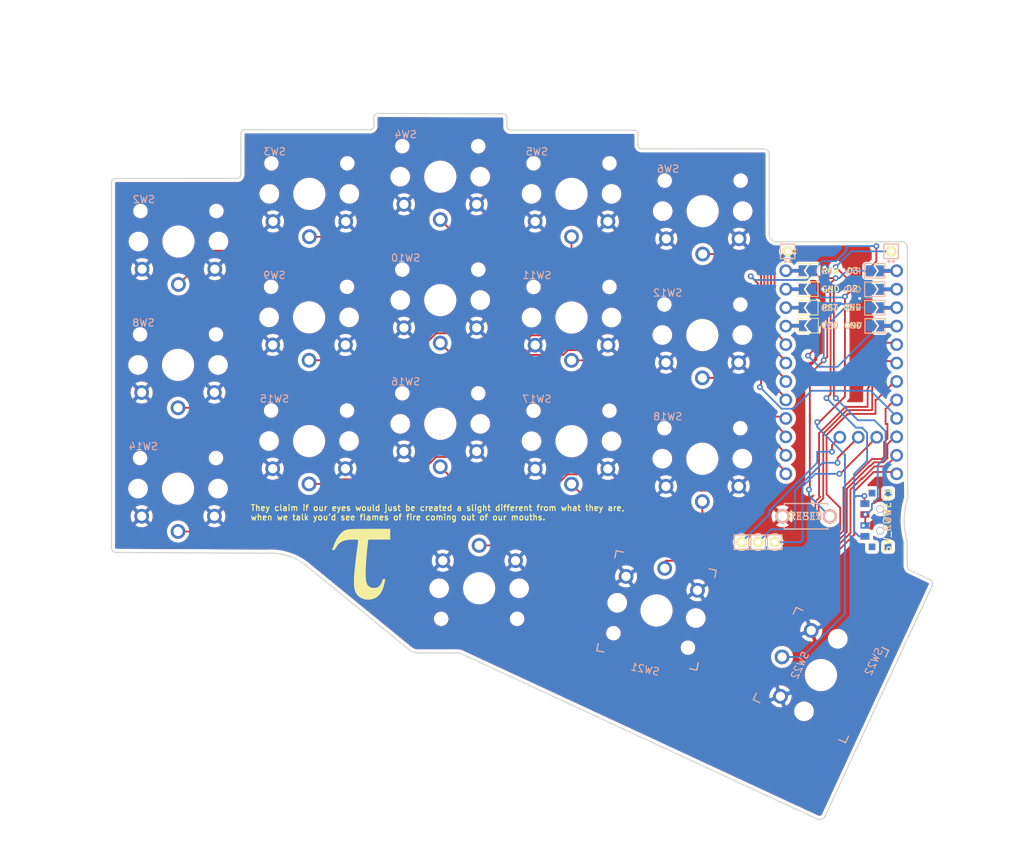
<source format=kicad_pcb>
(kicad_pcb (version 20211014) (generator pcbnew)
  (layers (0 "F.Cu" signal) (31 "B.Cu" signal) (34 "B.Paste" user) (35 "F.Paste" user) (36 "B.SilkS" user "B.Silkscreen") (37 "F.SilkS" user "F.Silkscreen") (38 "B.Mask" user) (39 "F.Mask" user) (44 "Edge.Cuts" user))
  (net 0 "")
  (net 1 "BT+")
  (net 2 "gnd")
  (net 3 "vcc")
  (net 4 "Switch18")
  (net 5 "reset")
  (net 6 "Switch1")
  (net 7 "Switch2")
  (net 8 "Switch3")
  (net 9 "Switch4")
  (net 10 "Switch5")
  (net 11 "Switch6")
  (net 12 "Switch7")
  (net 13 "Switch8")
  (net 14 "Switch9")
  (net 15 "Switch10")
  (net 16 "Switch11")
  (net 17 "Switch12")
  (net 18 "Switch13")
  (net 19 "Switch14")
  (net 20 "Switch15")
  (net 21 "Switch16")
  (net 22 "Switch17")
  (net 23 "raw")
  (footprint "kbd:1pin_conn" (layer "F.Cu") (at 183.896 66.93)
    (fp_text reference "Bat+1" hide)
    (fp_text value "MountingHole_Pad" hide)
  )
  (footprint "kbd:1pin_conn" (layer "F.Cu") (at 169.672 66.93)
    (fp_text reference "BatGND1" hide)
    (fp_text value "MountingHole_Pad" hide)
  )
  (footprint "Kailh:SW_PG1350_rev_DPB" (layer "F.Cu") (at 85.91 65.58)
    (fp_text reference "SW2" hide)
    (fp_text value "SW_Push" hide)
  )
  (footprint "Kailh:SW_PG1350_rev_DPB" (layer "F.Cu") (at 103.91 59.02)
    (fp_text reference "SW3" hide)
    (fp_text value "SW_Push" hide)
  )
  (footprint "Kailh:SW_PG1350_rev_DPB" (layer "F.Cu") (at 121.91 56.66)
    (fp_text reference "SW4" hide)
    (fp_text value "SW_Push" hide)
  )
  (footprint "Kailh:SW_PG1350_rev_DPB" (layer "F.Cu") (at 139.954 59.02)
    (fp_text reference "SW5" hide)
    (fp_text value "SW_Push" hide)
  )
  (footprint "Kailh:SW_PG1350_rev_DPB" (layer "F.Cu") (at 157.988 61.4)
    (fp_text reference "SW6" hide)
    (fp_text value "SW_Push" hide)
  )
  (footprint "Kailh:SW_PG1350_rev_DPB" (layer "F.Cu") (at 85.852 82.55)
    (fp_text reference "SW8" hide)
    (fp_text value "SW_Push" hide)
  )
  (footprint "Kailh:SW_PG1350_rev_DPB" (layer "F.Cu") (at 103.87 76.01)
    (fp_text reference "SW9" hide)
    (fp_text value "SW_Push" hide)
  )
  (footprint "Kailh:SW_PG1350_rev_DPB" (layer "F.Cu") (at 121.91 73.64)
    (fp_text reference "SW10" hide)
    (fp_text value "SW_Push" hide)
  )
  (footprint "Kailh:SW_PG1350_rev_DPB" (layer "F.Cu") (at 139.954 76.032)
    (fp_text reference "SW11" hide)
    (fp_text value "SW_Push" hide)
  )
  (footprint "Kailh:SW_PG1350_rev_DPB" (layer "F.Cu") (at 157.94 78.44)
    (fp_text reference "SW12" hide)
    (fp_text value "SW_Push" hide)
  )
  (footprint "Kailh:SW_PG1350_rev_DPB" (layer "F.Cu") (at 85.852 99.568)
    (fp_text reference "SW14" hide)
    (fp_text value "SW_Push" hide)
  )
  (footprint "Kailh:SW_PG1350_rev_DPB" (layer "F.Cu") (at 103.87 93.028)
    (fp_text reference "SW15" hide)
    (fp_text value "SW_Push" hide)
  )
  (footprint "Kailh:SW_PG1350_rev_DPB" (layer "F.Cu") (at 121.91 90.658)
    (fp_text reference "SW16" hide)
    (fp_text value "SW_Push" hide)
  )
  (footprint "Kailh:SW_PG1350_rev_DPB" (layer "F.Cu") (at 139.954 93.05)
    (fp_text reference "SW17" hide)
    (fp_text value "SW_Push" hide)
  )
  (footprint "Kailh:SW_PG1350_rev_DPB" (layer "F.Cu") (at 157.94 95.458)
    (fp_text reference "SW18" hide)
    (fp_text value "SW_Push" hide)
  )
  (footprint "Kailh:SW_PG1350_rev_DPB" (layer "F.Cu") (at 127.254 113.284 180)
    (fp_text reference "SW20" hide)
    (fp_text value "SW_Push" hide)
  )
  (footprint "Kailh:SW_PG1350_15_reversible_b2" (layer "F.Cu") (at 151.638 116.332 169)
    (fp_text reference "SW21" hide)
    (fp_text value "SW_Push" hide)
  )
  (footprint "Kailh:SPDT_C128955" (layer "F.Cu") (at 182.372 103.886 -90)
    (fp_text reference "SW_POWER1")
    (fp_text value "SW_SPDT")
  )
  (footprint "kbd:ProMicroSimpleJumperDPBnn2" (layer "F.Cu") (at 179.07 81.534)
    (fp_text reference "U1" hide)
    (fp_text value "ProMicro-kbd" hide)
  )
  (footprint "Kailh:SW_PG1350_20_reversible_b2" (layer "F.Cu") (at 174.244 125.222 -115)
    (fp_text reference "SW22")
    (fp_text value "SW_Push")
  )
  (footprint "kbd:1pin_conn" (layer "F.Cu") (at 163.322 106.934)
    (fp_text reference "24" hide)
    (fp_text value "Val**" hide)
  )
  (footprint "kbd:tau2" (layer "F.Cu") (at 110.998 109.982)
    (fp_text reference "G***" hide)
    (fp_text value "LOGO" hide)
  )
  (footprint "kbd:1pin_conn" (layer "F.Cu") (at 165.608 106.934)
    (fp_text reference "26" hide)
    (fp_text value "Val**" hide)
  )
  (footprint "kbd:1pin_conn" (layer "F.Cu") (at 167.894 106.934)
    (fp_text reference "27" hide)
    (fp_text value "27" hide)
  )
  (footprint "kbd:ResetSW" (layer "B.Cu") (at 172.212 103.378 180)
    (fp_text reference "RSW1" hide)
    (fp_text value "SW_Push")
  )
  (footprint "Kailh:SPDT_C128955r" (layer "B.Cu") (at 182.372 103.886 90)
    (fp_text reference "SW2")
    (fp_text value "SW_SPDT")
  )
  (gr_arc (start 94.48 56.396) (mid 94.333559 56.749559) (end 93.98 56.896) (layer "Edge.Cuts") (width 0.15))
  (gr_arc (start 186.369097 110.744) (mid 186.168657 110.479958) (end 186.099037 110.155848) (layer "Edge.Cuts") (width 0.15))
  (gr_line (start 167.132 53.594) (end 167.132 64.516) (layer "Edge.Cuts") (width 0.15))
  (gr_arc (start 131.564 50.264) (mid 131.210447 50.117553) (end 131.064 49.764) (layer "Edge.Cuts") (width 0.15))
  (gr_arc (start 130.564 48.014) (mid 130.917553 48.160447) (end 131.064 48.514) (layer "Edge.Cuts") (width 0.15))
  (gr_line (start 76.708 107.696) (end 76.708 57.404) (layer "Edge.Cuts") (width 0.15))
  (gr_arc (start 186.099036 106.793647) (mid 185.696546 103.809635) (end 186.182 100.838) (layer "Edge.Cuts") (width 0.15))
  (gr_arc (start 94.48952 50.70002) (mid 94.635967 50.346467) (end 94.98952 50.20002) (layer "Edge.Cuts") (width 0.15))
  (gr_line (start 186.099037 110.155848) (end 186.099036 106.793647) (layer "Edge.Cuts") (width 0.15))
  (gr_line (start 148.574 50.264) (end 131.564 50.264) (layer "Edge.Cuts") (width 0.15))
  (gr_line (start 98.044 108.458) (end 77.315553 108.350447) (layer "Edge.Cuts") (width 0.15))
  (gr_arc (start 148.574 50.264) (mid 148.945918 50.432896) (end 149.098 50.812) (layer "Edge.Cuts") (width 0.15))
  (gr_arc (start 119.126 122.174) (mid 118.471586 122.144072) (end 117.856 121.92) (layer "Edge.Cuts") (width 0.15))
  (gr_line (start 130.564 48.014) (end 113.276 47.95002) (layer "Edge.Cuts") (width 0.15))
  (gr_arc (start 166.469774 52.83276) (mid 166.957572 53.077073) (end 167.132 53.594) (layer "Edge.Cuts") (width 0.15))
  (gr_line (start 174.752 144.78) (end 189.532861 112.948917) (layer "Edge.Cuts") (width 0.15))
  (gr_line (start 112.276 50.20002) (end 94.98952 50.20002) (layer "Edge.Cuts") (width 0.15))
  (gr_arc (start 124.206 122.174) (mid 124.666014 122.242453) (end 125.092475 122.428) (layer "Edge.Cuts") (width 0.15))
  (gr_arc (start 112.776 49.70002) (mid 112.629553 50.053573) (end 112.276 50.20002) (layer "Edge.Cuts") (width 0.15))
  (gr_line (start 112.776 48.45002) (end 112.776 49.70002) (layer "Edge.Cuts") (width 0.15))
  (gr_arc (start 168.026236 65.614708) (mid 167.368633 65.236667) (end 167.132 64.516) (layer "Edge.Cuts") (width 0.15))
  (gr_line (start 94.48952 50.70002) (end 94.48 56.396) (layer "Edge.Cuts") (width 0.15))
  (gr_arc (start 77.315553 108.350447) (mid 76.869087 108.155698) (end 76.708 107.696) (layer "Edge.Cuts") (width 0.15))
  (gr_arc (start 174.752 144.78) (mid 174.279886 145.050543) (end 173.736 145.034) (layer "Edge.Cuts") (width 0.15))
  (gr_line (start 166.469774 52.83276) (end 149.598 52.812) (layer "Edge.Cuts") (width 0.15))
  (gr_line (start 119.126 122.174) (end 124.206 122.174) (layer "Edge.Cuts") (width 0.15))
  (gr_line (start 103.886 110.49) (end 117.856 121.92) (layer "Edge.Cuts") (width 0.15))
  (gr_line (start 93.98 56.896) (end 77.27352 56.90002) (layer "Edge.Cuts") (width 0.15))
  (gr_arc (start 76.708 57.404) (mid 76.898829 57.048859) (end 77.27352 56.90002) (layer "Edge.Cuts") (width 0.15))
  (gr_arc (start 185.46678 65.614708) (mid 185.928 65.844606) (end 186.114119 66.325165) (layer "Edge.Cuts") (width 0.15))
  (gr_line (start 189.41602 112.184377) (end 186.369097 110.744) (layer "Edge.Cuts") (width 0.15))
  (gr_arc (start 112.776 48.45002) (mid 112.922447 48.096467) (end 113.276 47.95002) (layer "Edge.Cuts") (width 0.15))
  (gr_arc (start 98.044 108.458) (mid 101.170364 108.88358) (end 103.886 110.49) (layer "Edge.Cuts") (width 0.15))
  (gr_line (start 185.46678 65.614708) (end 168.026236 65.614708) (layer "Edge.Cuts") (width 0.15))
  (gr_line (start 149.098 52.312) (end 149.098 50.812) (layer "Edge.Cuts") (width 0.15))
  (gr_line (start 186.114119 66.325165) (end 186.182 100.838) (layer "Edge.Cuts") (width 0.15))
  (gr_arc (start 189.41602 112.184377) (mid 189.585165 112.54973) (end 189.532861 112.948917) (layer "Edge.Cuts") (width 0.15))
  (gr_arc (start 149.598 52.812) (mid 149.244447 52.665553) (end 149.098 52.312) (layer "Edge.Cuts") (width 0.15))
  (gr_line (start 131.064 49.764) (end 131.064 48.514) (layer "Edge.Cuts") (width 0.15))
  (gr_line (start 125.092475 122.428) (end 173.736 145.034) (layer "Edge.Cuts") (width 0.15))
  (gr_text "They claim if our eyes would just be created a slight different from what they are, \nwhen we talk you’d see flames of fire coming out of our mouths." (at 95.758 102.87) (layer "F.SilkS") (effects (font (size 0.8 0.8)) (justify left)))
  (segment (start 176.84 92.504) (end 175.768 93.576) (width 0.25) (layer "F.Cu") (net 0))
  (segment (start 181.92 92.504) (end 176.888 97.536) (width 0.25) (layer "F.Cu") (net 0))
  (segment (start 176.53 95.354) (end 176.53 96.012) (width 0.25) (layer "F.Cu") (net 0))
  (segment (start 176.784 97.536) (end 176.888 97.536) (width 0.25) (layer "F.Cu") (net 0))
  (segment (start 179.38 92.504) (end 176.53 95.354) (width 0.25) (layer "F.Cu") (net 0))
  (segment (start 175.768 93.576) (end 175.768 94.488) (width 0.25) (layer "F.Cu") (net 0))
  (via (at 175.768 94.488) (size 0.8) (drill 0.4) (layers "F.Cu" "B.Cu") (net 0))
  (via (at 176.53 96.012) (size 0.8) (drill 0.4) (layers "F.Cu" "B.Cu") (net 0))
  (via (at 176.784 97.536) (size 0.8) (drill 0.4) (layers "F.Cu" "B.Cu") (net 0))
  (segment (start 176.53 96.012) (end 174.498 96.012) (width 0.25) (layer "B.Cu") (net 0))
  (segment (start 174.498 96.012) (end 170.688 99.822) (width 0.25) (layer "B.Cu") (net 0))
  (segment (start 173.736 94.488) (end 173.736 96.012) (width 0.25) (layer "B.Cu") (net 0))
  (segment (start 173.482 97.536) (end 176.784 97.536) (width 0.25) (layer "B.Cu") (net 0))
  (segment (start 167.894 106.934) (end 171.45 106.934) (width 0.25) (layer "B.Cu") (net 0))
  (segment (start 171.704 106.68) (end 171.704 99.314) (width 0.25) (layer "B.Cu") (net 0))
  (segment (start 167.132 103.124) (end 167.132 102.616) (width 0.25) (layer "B.Cu") (net 0))
  (segment (start 170.688 99.822) (end 170.688 105.156) (width 0.25) (layer "B.Cu") (net 0))
  (segment (start 170.688 105.156) (end 167.386 105.156) (width 0.25) (layer "B.Cu") (net 0))
  (segment (start 171.45 106.934) (end 171.704 106.68) (width 0.25) (layer "B.Cu") (net 0))
  (segment (start 163.322 106.934) (end 167.132 103.124) (width 0.25) (layer "B.Cu") (net 0))
  (segment (start 173.736 96.012) (end 167.132 102.616) (width 0.25) (layer "B.Cu") (net 0))
  (segment (start 175.768 94.488) (end 173.736 94.488) (width 0.25) (layer "B.Cu") (net 0))
  (segment (start 167.386 105.156) (end 165.608 106.934) (width 0.25) (layer "B.Cu") (net 0))
  (segment (start 171.704 99.314) (end 173.482 97.536) (width 0.25) (layer "B.Cu") (net 0))
  (segment (start 176.022 86.8475) (end 176.022 72.644) (width 0.25) (layer "F.Cu") (net 1))
  (segment (start 176.022 72.644) (end 177.8 70.866) (width 0.25) (layer "F.Cu") (net 1))
  (segment (start 177.8 70.866) (end 177.8 70.612) (width 0.25) (layer "F.Cu") (net 1))
  (segment (start 180.34 103.124) (end 180.34 104.394) (width 0.25) (layer "F.Cu") (net 1))
  (segment (start 177.8 70.612) (end 176.276 69.088) (width 0.25) (layer "F.Cu") (net 1))
  (segment (start 180.34 104.394) (end 180.086 104.648) (width 0.25) (layer "F.Cu") (net 1))
  (segment (start 176.2965 87.122) (end 176.022 86.8475) (width 0.25) (layer "F.Cu") (net 1))
  (via (at 180.34 103.124) (size 0.8) (drill 0.4) (layers "F.Cu" "B.Cu") (net 1))
  (via (at 176.276 69.088) (size 0.8) (drill 0.4) (layers "F.Cu" "B.Cu") (net 1))
  (via (at 176.2965 87.122) (size 0.8) (drill 0.4) (layers "F.Cu" "B.Cu") (net 1))
  (via (at 180.086 104.648) (size 0.8) (drill 0.4) (layers "F.Cu" "B.Cu") (net 1))
  (segment (start 179.3445 90.17) (end 181.61 90.17) (width 0.25) (layer "B.Cu") (net 1))
  (segment (start 181.61 90.17) (end 183.134 91.694) (width 0.25) (layer "B.Cu") (net 1))
  (segment (start 176.2965 87.122) (end 179.3445 90.17) (width 0.25) (layer "B.Cu") (net 1))
  (segment (start 183.134 91.694) (end 183.134 95.25) (width 0.25) (layer "B.Cu") (net 1))
  (segment (start 182.047 96.337) (end 182.047 100.909) (width 0.25) (layer "B.Cu") (net 1))
  (segment (start 181.247 101.709) (end 181.247 102.411) (width 0.25) (layer "B.Cu") (net 1))
  (segment (start 180.534 103.124) (end 180.34 103.124) (width 0.25) (layer "B.Cu") (net 1))
  (segment (start 182.047 100.909) (end 181.247 101.709) (width 0.25) (layer "B.Cu") (net 1))
  (segment (start 183.896 66.93) (end 178.434 66.93) (width 0.25) (layer "B.Cu") (net 1))
  (segment (start 178.434 66.93) (end 176.276 69.088) (width 0.25) (layer "B.Cu") (net 1))
  (segment (start 181.247 102.411) (end 180.534 103.124) (width 0.25) (layer "B.Cu") (net 1))
  (segment (start 183.134 95.25) (end 182.047 96.337) (width 0.25) (layer "B.Cu") (net 1))
  (segment (start 180.94 74.714) (end 180.985 74.759) (width 0.25) (layer "F.Cu") (net 2))
  (segment (start 174.752 68.834) (end 174.752 69.088) (width 0.25) (layer "F.Cu") (net 2))
  (segment (start 169.672 66.93) (end 172.848 66.93) (width 0.25) (layer "F.Cu") (net 2))
  (segment (start 172.848 66.93) (end 174.752 68.834) (width 0.25) (layer "F.Cu") (net 2))
  (segment (start 180.94 74.714) (end 180.886 74.714) (width 0.25) (layer "F.Cu") (net 2))
  (segment (start 173.165 72.134) (end 174.496 72.134) (width 0.25) (layer "F.Cu") (net 2))
  (segment (start 180.985 74.759) (end 180.985 77.204) (width 0.25) (layer "F.Cu") (net 2))
  (segment (start 180.886 74.714) (end 179.578 73.406) (width 0.25) (layer "F.Cu") (net 2))
  (via (at 179.578 73.406) (size 0.8) (drill 0.4) (layers "F.Cu" "B.Cu") (net 2))
  (via (at 174.752 69.088) (size 0.8) (drill 0.4) (layers "F.Cu" "B.Cu") (net 2))
  (via (at 174.496 72.134) (size 0.8) (drill 0.4) (layers "F.Cu" "B.Cu") (net 2))
  (segment (start 174.496 72.134) (end 178.306 72.134) (width 0.25) (layer "B.Cu") (net 2))
  (segment (start 174.496 72.134) (end 174.496 69.344) (width 0.25) (layer "B.Cu") (net 2))
  (segment (start 180.85 72.134) (end 179.578 73.406) (width 0.25) (layer "B.Cu") (net 2))
  (segment (start 173.185 74.719) (end 173.14 74.674) (width 0.25) (layer "B.Cu") (net 2))
  (segment (start 173.185 77.164) (end 173.185 74.719) (width 0.25) (layer "B.Cu") (net 2))
  (segment (start 174.496 69.344) (end 174.752 69.088) (width 0.25) (layer "B.Cu") (net 2))
  (segment (start 178.306 72.134) (end 179.578 73.406) (width 0.25) (layer "B.Cu") (net 2))
  (segment (start 178.816 74.168) (end 173.646 74.168) (width 0.25) (layer "B.Cu") (net 2))
  (segment (start 173.646 74.168) (end 173.14 74.674) (width 0.25) (layer "B.Cu") (net 2))
  (segment (start 180.915 72.134) (end 180.85 72.134) (width 0.25) (layer "B.Cu") (net 2))
  (segment (start 179.578 73.406) (end 178.816 74.168) (width 0.25) (layer "B.Cu") (net 2))
  (segment (start 173.21 80.536) (end 172.466 81.28) (width 0.25) (layer "F.Cu") (net 3))
  (segment (start 173.21 77.164) (end 173.21 80.536) (width 0.25) (layer "F.Cu") (net 3))
  (via (at 172.466 81.28) (size 0.8) (drill 0.4) (layers "F.Cu" "B.Cu") (net 3))
  (segment (start 176.53 82.804) (end 173.99 82.804) (width 0.25) (layer "B.Cu") (net 3))
  (segment (start 180.96 78.374) (end 176.53 82.804) (width 0.25) (layer "B.Cu") (net 3))
  (segment (start 180.96 77.164) (end 180.96 78.374) (width 0.25) (layer "B.Cu") (net 3))
  (segment (start 173.99 82.804) (end 172.466 81.28) (width 0.25) (layer "B.Cu") (net 3))
  (segment (start 174.019805 90.424) (end 173.736 90.424) (width 0.25) (layer "F.Cu") (net 4))
  (segment (start 177.546 86.897805) (end 174.019805 90.424) (width 0.25) (layer "F.Cu") (net 4))
  (segment (start 177.546 73.152) (end 178.524 72.174) (width 0.25) (layer "F.Cu") (net 4))
  (segment (start 178.524 72.174) (end 180.94 72.174) (width 0.25) (layer "F.Cu") (net 4))
  (segment (start 177.546 73.152) (end 177.546 86.897805) (width 0.25) (layer "F.Cu") (net 4))
  (via (at 177.546 73.152) (size 0.8) (drill 0.4) (layers "F.Cu" "B.Cu") (net 4))
  (via (at 173.736 90.424) (size 0.8) (drill 0.4) (layers "F.Cu" "B.Cu") (net 4))
  (segment (start 171.612885 122.728552) (end 168.896784 122.728552) (width 0.25) (layer "B.Cu") (net 4))
  (segment (start 177.546 94.908895) (end 177.546 116.795437) (width 0.25) (layer "B.Cu") (net 4))
  (segment (start 177.292 73.152) (end 177.165 73.279) (width 0.25) (layer "B.Cu") (net 4))
  (segment (start 173.736 91.098895) (end 177.546 94.908895) (width 0.25) (layer "B.Cu") (net 4))
  (segment (start 174.285 73.279) (end 173.14 72.134) (width 0.25) (layer "B.Cu") (net 4))
  (segment (start 177.165 73.279) (end 174.285 73.279) (width 0.25) (layer "B.Cu") (net 4))
  (segment (start 177.546 116.795437) (end 171.612885 122.728552) (width 0.25) (layer "B.Cu") (net 4))
  (segment (start 173.736 90.424) (end 173.736 91.098895) (width 0.25) (layer "B.Cu") (net 4))
  (segment (start 177.546 73.152) (end 177.292 73.152) (width 0.25) (layer "B.Cu") (net 4))
  (segment (start 172.72 89.408) (end 172.72 99.568) (width 0.25) (layer "F.Cu") (net 5))
  (segment (start 175.122 81.418) (end 174.625 81.915) (width 0.25) (layer "F.Cu") (net 5))
  (segment (start 172.72 89.408) (end 172.72 83.82) (width 0.25) (layer "F.Cu") (net 5))
  (segment (start 173.988 74.674) (end 175.122 75.808) (width 0.25) (layer "F.Cu") (net 5))
  (segment (start 174.625 81.915) (end 172.72 83.82) (width 0.25) (layer "F.Cu") (net 5))
  (segment (start 172.72 99.568) (end 172.593 99.695) (width 0.25) (layer "F.Cu") (net 5))
  (segment (start 175.122 75.808) (end 175.122 81.418) (width 0.25) (layer "F.Cu") (net 5))
  (segment (start 173.165 74.674) (end 173.988 74.674) (width 0.25) (layer "F.Cu") (net 5))
  (segment (start 172.72 90.678) (end 172.72 89.408) (width 0.25) (layer "F.Cu") (net 5))
  (segment (start 172.593 99.695) (end 172.414 99.874) (width 0.25) (layer "F.Cu") (net 5))
  (via (at 174.625 81.915) (size 0.8) (drill 0.4) (layers "F.Cu" "B.Cu") (net 5))
  (via (at 172.593 99.695) (size 0.8) (drill 0.4) (layers "F.Cu" "B.Cu") (net 5))
  (segment (start 172.593 100.509) (end 175.462 103.378) (width 0.25) (layer "B.Cu") (net 5))
  (segment (start 177.548 74.674) (end 174.625 77.597) (width 0.25) (layer "B.Cu") (net 5))
  (segment (start 180.915 74.674) (end 177.548 74.674) (width 0.25) (layer "B.Cu") (net 5))
  (segment (start 172.593 99.695) (end 172.593 100.509) (width 0.25) (layer "B.Cu") (net 5))
  (segment (start 174.625 77.597) (end 174.625 81.915) (width 0.25) (layer "B.Cu") (net 5))
  (segment (start 133.615833 65.36952) (end 138.884874 70.63856) (width 0.25) (layer "F.Cu") (net 6))
  (segment (start 90.548156 66.841844) (end 110.795676 66.841844) (width 0.25) (layer "F.Cu") (net 6))
  (segment (start 166.01296 70.129436) (end 166.01296 85.44704) (width 0.25) (layer "F.Cu") (net 6))
  (segment (start 138.884874 70.63856) (end 159.868592 70.63856) (width 0.25) (layer "F.Cu") (net 6))
  (segment (start 85.91 71.48) (end 90.548156 66.841844) (width 0.25) (layer "F.Cu") (net 6))
  (segment (start 161.409072 69.09808) (end 164.981604 69.09808) (width 0.25) (layer "F.Cu") (net 6))
  (segment (start 164.981604 69.09808) (end 166.01296 70.129436) (width 0.25) (layer "F.Cu") (net 6))
  (segment (start 166.01296 85.44704) (end 165.862 85.598) (width 0.25) (layer "F.Cu") (net 6))
  (segment (start 159.868592 70.63856) (end 161.409072 69.09808) (width 0.25) (layer "F.Cu") (net 6))
  (segment (start 112.268 65.36952) (end 133.615833 65.36952) (width 0.25) (layer "F.Cu") (net 6))
  (segment (start 110.795676 66.841844) (end 112.268 65.36952) (width 0.25) (layer "F.Cu") (net 6))
  (via (at 165.862 85.598) (size 0.8) (drill 0.4) (layers "F.Cu" "B.Cu") (net 6))
  (segment (start 168.839 88.575) (end 170.505 88.575) (width 0.25) (layer "B.Cu") (net 6))
  (segment (start 172.974 86.106) (end 181.0934 86.106) (width 0.25) (layer "B.Cu") (net 6))
  (segment (start 181.0934 86.106) (end 184.6494 89.662) (width 0.25) (layer "B.Cu") (net 6))
  (segment (start 165.862 85.598) (end 168.839 88.575) (width 0.25) (layer "B.Cu") (net 6))
  (segment (start 170.505 88.575) (end 172.974 86.106) (width 0.25) (layer "B.Cu") (net 6))
  (segment (start 159.682395 70.18904) (end 161.222875 68.64856) (width 0.25) (layer "F.Cu") (net 7))
  (segment (start 103.91 64.92) (end 133.802031 64.92) (width 0.25) (layer "F.Cu") (net 7))
  (segment (start 166.46248 69.943238) (end 166.46248 84.15508) (width 0.25) (layer "F.Cu") (net 7))
  (segment (start 166.46248 84.15508) (end 169.4294 87.122) (width 0.25) (layer "F.Cu") (net 7))
  (segment (start 165.167802 68.64856) (end 166.46248 69.943238) (width 0.25) (layer "F.Cu") (net 7))
  (segment (start 133.802031 64.92) (end 139.071071 70.18904) (width 0.25) (layer "F.Cu") (net 7))
  (segment (start 161.222875 68.64856) (end 165.167802 68.64856) (width 0.25) (layer "F.Cu") (net 7))
  (segment (start 139.071071 70.18904) (end 159.682395 70.18904) (width 0.25) (layer "F.Cu") (net 7))
  (segment (start 165.354 68.19904) (end 166.93648 69.78152) (width 0.25) (layer "F.Cu") (net 8))
  (segment (start 161.036677 68.19904) (end 165.354 68.19904) (width 0.25) (layer "F.Cu") (net 8))
  (segment (start 133.988427 64.47) (end 139.257947 69.73952) (width 0.25) (layer "F.Cu") (net 8))
  (segment (start 123.82 64.47) (end 133.988427 64.47) (width 0.25) (layer "F.Cu") (net 8))
  (segment (start 121.91 62.56) (end 123.82 64.47) (width 0.25) (layer "F.Cu") (net 8))
  (segment (start 159.496197 69.73952) (end 161.036677 68.19904) (width 0.25) (layer "F.Cu") (net 8))
  (segment (start 166.93648 69.78152) (end 166.912 69.806) (width 0.25) (layer "F.Cu") (net 8))
  (segment (start 166.912 69.806) (end 166.912 82.0646) (width 0.25) (layer "F.Cu") (net 8))
  (segment (start 166.912 82.0646) (end 169.4294 84.582) (width 0.25) (layer "F.Cu") (net 8))
  (segment (start 139.257947 69.73952) (end 159.496197 69.73952) (width 0.25) (layer "F.Cu") (net 8))
  (segment (start 139.954 64.92) (end 139.954 67.564) (width 0.25) (layer "F.Cu") (net 9))
  (segment (start 167.386 69.469718) (end 167.386 79.9986) (width 0.25) (layer "F.Cu") (net 9))
  (segment (start 167.386 79.9986) (end 169.4294 82.042) (width 0.25) (layer "F.Cu") (net 9))
  (segment (start 165.665802 67.74952) (end 167.386 69.469718) (width 0.25) (layer "F.Cu") (net 9))
  (segment (start 159.31 69.29) (end 160.85048 67.74952) (width 0.25) (layer "F.Cu") (net 9))
  (segment (start 141.68 69.29) (end 159.31 69.29) (width 0.25) (layer "F.Cu") (net 9))
  (segment (start 160.85048 67.74952) (end 165.665802 67.74952) (width 0.25) (layer "F.Cu") (net 9))
  (segment (start 139.954 67.564) (end 141.68 69.29) (width 0.25) (layer "F.Cu") (net 9))
  (segment (start 165.852 67.3) (end 167.86952 69.31752) (width 0.25) (layer "F.Cu") (net 10))
  (segment (start 157.988 67.3) (end 165.852 67.3) (width 0.25) (layer "F.Cu") (net 10))
  (segment (start 167.86952 77.94212) (end 169.4294 79.502) (width 0.25) (layer "F.Cu") (net 10))
  (segment (start 167.86952 69.31752) (end 167.86952 77.94212) (width 0.25) (layer "F.Cu") (net 10))
  (segment (start 95.43423 88.45) (end 100.832115 83.052115) (width 0.25) (layer "F.Cu") (net 11))
  (segment (start 101.981 80.137) (end 102.616 79.502) (width 0.25) (layer "F.Cu") (net 11))
  (segment (start 137.092197 78.03648) (end 138.674677 79.61896) (width 0.25) (layer "F.Cu") (net 11))
  (segment (start 164.395046 86.925046) (end 164.788954 86.925046) (width 0.25) (layer "F.Cu") (net 11))
  (segment (start 167.525796 89.662) (end 164.788954 86.925158) (width 0.25) (layer "F.Cu") (net 11))
  (segment (start 100.711 82.931) (end 101.981 81.661) (width 0.25) (layer "F.Cu") (net 11))
  (segment (start 117.458032 81.46048) (end 121.168543 77.749969) (width 0.25) (layer "F.Cu") (net 11))
  (segment (start 164.788954 86.925158) (end 164.788954 86.925046) (width 0.25) (layer "F.Cu") (net 11))
  (segment (start 141.978112 79.61896) (end 149.284198 86.925046) (width 0.25) (layer "F.Cu") (net 11))
  (segment (start 121.168543 77.749969) (end 123.469969 77.749969) (width 0.25) (layer "F.Cu") (net 11))
  (segment (start 102.616 79.502) (end 105.22952 79.502) (width 0.25) (layer "F.Cu") (net 11))
  (segment (start 100.832115 83.052115) (end 100.711 82.931) (width 0.25) (layer "F.Cu") (net 11))
  (segment (start 169.4294 89.662) (end 167.525796 89.662) (width 0.25) (layer "F.Cu") (net 11))
  (segment (start 138.674677 79.61896) (end 141.978112 79.61896) (width 0.25) (layer "F.Cu") (net 11))
  (segment (start 123.469969 77.749969) (end 125.59296 79.87296) (width 0.25) (layer "F.Cu") (net 11))
  (segment (start 125.59296 79.87296) (end 130.900344 79.87296) (width 0.25) (layer "F.Cu") (net 11))
  (segment (start 85.852 88.45) (end 95.43423 88.45) (width 0.25) (layer "F.Cu") (net 11))
  (segment (start 105.22952 79.502) (end 107.188 81.46048) (width 0.25) (layer "F.Cu") (net 11))
  (segment (start 149.284198 86.925046) (end 164.395046 86.925046) (width 0.25) (layer "F.Cu") (net 11))
  (segment (start 101.981 81.661) (end 101.981 80.137) (width 0.25) (layer "F.Cu") (net 11))
  (segment (start 164.534954 86.925046) (end 164.649046 86.925046) (width 0.25) (layer "F.Cu") (net 11))
  (segment (start 107.188 81.46048) (end 117.458032 81.46048) (width 0.25) (layer "F.Cu") (net 11))
  (segment (start 132.736824 78.03648) (end 137.092197 78.03648) (width 0.25) (layer "F.Cu") (net 11))
  (segment (start 130.900344 79.87296) (end 132.736824 78.03648) (width 0.25) (layer "F.Cu") (net 11))
  (segment (start 164.395046 86.925046) (end 164.534954 86.925046) (width 0.25) (layer "F.Cu") (net 11))
  (segment (start 134.109719 78.780511) (end 134.40423 78.486) (width 0.25) (layer "F.Cu") (net 12))
  (segment (start 134.40423 78.486) (end 136.906 78.486) (width 0.25) (layer "F.Cu") (net 12))
  (segment (start 121.354741 78.199489) (end 122.903489 78.199489) (width 0.25) (layer "F.Cu") (net 12))
  (segment (start 123.538489 78.834489) (end 123.603511 78.834489) (width 0.25) (layer "F.Cu") (net 12))
  (segment (start 117.64423 81.91) (end 121.354741 78.199489) (width 0.25) (layer "F.Cu") (net 12))
  (segment (start 149.098 87.374566) (end 164.601966 87.374566) (width 0.25) (layer "F.Cu") (net 12))
  (segment (start 138.48848 80.06848) (end 141.791914 80.06848) (width 0.25) (layer "F.Cu") (net 12))
  (segment (start 124.77248 80.32248) (end 131.086542 80.32248) (width 0.25) (layer "F.Cu") (net 12))
  (segment (start 103.87 81.91) (end 117.64423 81.91) (width 0.25) (layer "F.Cu") (net 12))
  (segment (start 141.791914 80.06848) (end 149.098 87.374566) (width 0.25) (layer "F.Cu") (net 12))
  (segment (start 131.086542 80.32248) (end 132.628511 78.780511) (width 0.25) (layer "F.Cu") (net 12))
  (segment (start 132.628511 78.780511) (end 134.109719 78.780511) (width 0.25) (layer "F.Cu") (net 12))
  (segment (start 136.906 78.486) (end 138.48848 80.06848) (width 0.25) (layer "F.Cu") (net 12))
  (segment (start 122.903489 78.199489) (end 123.538489 78.834489) (width 0.25) (layer "F.Cu") (net 12))
  (segment (start 123.603511 78.834489) (end 123.603511 79.153511) (width 0.25) (layer "F.Cu") (net 12))
  (segment (start 123.603511 79.153511) (end 124.77248 80.32248) (width 0.25) (layer "F.Cu") (net 12))
  (segment (start 164.601966 87.374566) (end 169.4294 92.202) (width 0.25) (layer "F.Cu") (net 12))
  (segment (start 134.258511 81.172511) (end 138.817719 81.172511) (width 0.25) (layer "F.Cu") (net 13))
  (segment (start 123.142 80.772) (end 133.35 80.772) (width 0.25) (layer "F.Cu") (net 13))
  (segment (start 167.64 92.9526) (end 169.4294 94.742) (width 0.25) (layer "F.Cu") (net 13))
  (segment (start 164.41509 87.824086) (end 167.64 91.048996) (width 0.25) (layer "F.Cu") (net 13))
  (segment (start 121.91 79.54) (end 123.142 80.772) (width 0.25) (layer "F.Cu") (net 13))
  (segment (start 167.64 91.048996) (end 167.64 92.9526) (width 0.25) (layer "F.Cu") (net 13))
  (segment (start 133.604 80.518) (end 134.258511 81.172511) (width 0.25) (layer "F.Cu") (net 13))
  (segment (start 139.47223 80.518) (end 141.605717 80.518) (width 0.25) (layer "F.Cu") (net 13))
  (segment (start 133.35 80.772) (end 133.604 80.518) (width 0.25) (layer "F.Cu") (net 13))
  (segment (start 148.911803 87.824086) (end 164.41509 87.824086) (width 0.25) (layer "F.Cu") (net 13))
  (segment (start 141.605717 80.518) (end 148.911803 87.824086) (width 0.25) (layer "F.Cu") (net 13))
  (segment (start 138.817719 81.172511) (end 139.47223 80.518) (width 0.25) (layer "F.Cu") (net 13))
  (segment (start 142.384 81.932) (end 148.844 88.392) (width 0.25) (layer "F.Cu") (net 14))
  (segment (start 139.954 81.932) (end 142.384 81.932) (width 0.25) (layer "F.Cu") (net 14))
  (segment (start 164.228694 88.274086) (end 167.136304 91.181696) (width 0.25) (layer "F.Cu") (net 14))
  (segment (start 167.136304 91.181696) (end 167.136304 94.988904) (width 0.25) (layer "F.Cu") (net 14))
  (segment (start 148.844 88.392) (end 148.961914 88.274086) (width 0.25) (layer "F.Cu") (net 14))
  (segment (start 148.961914 88.274086) (end 164.228694 88.274086) (width 0.25) (layer "F.Cu") (net 14))
  (segment (start 167.136304 94.988904) (end 169.4294 97.282) (width 0.25) (layer "F.Cu") (net 14))
  (segment (start 157.94 84.34) (end 164.834 84.34) (width 0.25) (layer "F.Cu") (net 15))
  (segment (start 165.56344 71.32944) (end 164.592 70.358) (width 0.25) (layer "F.Cu") (net 15))
  (segment (start 181.864 66.2055) (end 181.864 68.30038) (width 0.25) (layer "F.Cu") (net 15))
  (segment (start 181.864 68.30038) (end 180.94 69.22438) (width 0.25) (layer "F.Cu") (net 15))
  (segment (start 165.56344 83.61056) (end 165.56344 71.32944) (width 0.25) (layer "F.Cu") (net 15))
  (segment (start 164.834 84.34) (end 165.56344 83.61056) (width 0.25) (layer "F.Cu") (net 15))
  (segment (start 180.94 69.22438) (end 180.94 69.634) (width 0.25) (layer "F.Cu") (net 15))
  (via (at 164.592 70.358) (size 0.8) (drill 0.4) (layers "F.Cu" "B.Cu") (net 15))
  (via (at 181.864 66.2055) (size 0.8) (drill 0.4) (layers "F.Cu" "B.Cu") (net 15))
  (segment (start 172.974 70.16962) (end 172.27762 70.866) (width 0.25) (layer "B.Cu") (net 15))
  (segment (start 177.7115 66.8905) (end 176.321 68.281) (width 0.25) (layer "B.Cu") (net 15))
  (segment (start 172.27762 70.866) (end 165.1 70.866) (width 0.25) (layer "B.Cu") (net 15))
  (segment (start 173.14 69.594) (end 172.974 69.76) (width 0.25) (layer "B.Cu") (net 15))
  (segment (start 181.864 66.2055) (end 177.7115 66.2055) (width 0.25) (layer "B.Cu") (net 15))
  (segment (start 172.974 69.76) (end 172.974 70.16962) (width 0.25) (layer "B.Cu") (net 15))
  (segment (start 165.1 70.866) (end 164.592 70.358) (width 0.25) (layer "B.Cu") (net 15))
  (segment (start 174.453 68.281) (end 173.14 69.594) (width 0.25) (layer "B.Cu") (net 15))
  (segment (start 176.321 68.281) (end 174.453 68.281) (width 0.25) (layer "B.Cu") (net 15))
  (segment (start 177.7115 66.2055) (end 177.7115 66.8905) (width 0.25) (layer "B.Cu") (net 15))
  (segment (start 151.560876 101.26744) (end 150.036876 99.74344) (width 0.25) (layer "F.Cu") (net 16))
  (segment (start 105.65223 98.298) (end 104.642115 97.287885) (width 0.25) (layer "F.Cu") (net 16))
  (segment (start 136.345323 99.391471) (end 131.650907 99.391471) (width 0.25) (layer "F.Cu") (net 16))
  (segment (start 141.721405 96.710449) (end 139.026347 96.710449) (width 0.25) (layer "F.Cu") (net 16))
  (segment (start 184.6494 79.502) (end 182.626 79.502) (width 0.25) (layer "F.Cu") (net 16))
  (segment (start 144.754396 99.74344) (end 141.721405 96.710449) (width 0.25) (layer "F.Cu") (net 16))
  (segment (start 180.848 81.28) (end 180.848 85.598) (width 0.25) (layer "F.Cu") (net 16))
  (segment (start 160.659188 103.886) (end 161.486238 103.05895) (width 0.25) (layer "F.Cu") (net 16))
  (segment (start 123.343687 94.767969) (end 120.370031 94.767969) (width 0.25) (layer "F.Cu") (net 16))
  (segment (start 173.99 91.948) (end 173.99 100.584) (width 0.25) (layer "F.Cu") (net 16))
  (segment (start 182.626 79.502) (end 180.848 81.28) (width 0.25) (layer "F.Cu") (net 16))
  (segment (start 104.642115 97.287885) (end 102.875885 97.287885) (width 0.25) (layer "F.Cu") (net 16))
  (segment (start 180.664082 85.781918) (end 180.664082 88.321918) (width 0.25) (layer "F.Cu") (net 16))
  (segment (start 173.99 100.584) (end 174.117 100.711) (width 0.25) (layer "F.Cu") (net 16))
  (segment (start 101.848115 98.315655) (end 101.848115 99.054115) (width 0.25) (layer "F.Cu") (net 16))
  (segment (start 180.664082 88.321918) (end 177.616082 88.321918) (width 0.25) (layer "F.Cu") (net 16))
  (segment (start 95.43423 105.468) (end 85.852 105.468) (width 0.25) (layer "F.Cu") (net 16))
  (segment (start 150.036876 99.74344) (end 144.754396 99.74344) (width 0.25) (layer "F.Cu") (net 16))
  (segment (start 170.71402 110.076) (end 160.659188 110.076) (width 0.25) (layer "F.Cu") (net 16))
  (segment (start 101.848115 99.054115) (end 95.43423 105.468) (width 0.25) (layer "F.Cu") (net 16))
  (segment (start 160.084576 98.487423) (end 156.399423 98.487423) (width 0.25) (layer "F.Cu") (net 16))
  (segment (start 120.370031 94.767969) (end 116.84 98.298) (width 0.25) (layer "F.Cu") (net 16))
  (segment (start 174.117 100.711) (end 173.482 101.346) (width 0.25) (layer "F.Cu") (net 16))
  (segment (start 102.875885 97.287885) (end 101.848115 98.315655) (width 0.25) (layer "F.Cu") (net 16))
  (segment (start 160.659188 110.076) (end 160.659188 103.886) (width 0.25) (layer "F.Cu") (net 16))
  (segment (start 177.616082 88.321918) (end 173.99 91.948) (width 0.25) (layer "F.Cu") (net 16))
  (segment (start 126.228678 97.65296) (end 123.343687 94.767969) (width 0.25) (layer "F.Cu") (net 16))
  (segment (start 173.482 101.346) (end 173.482 107.30802) (width 0.25) (layer "F.Cu") (net 16))
  (segment (start 161.486238 99.889085) (end 160.084576 98.487423) (width 0.25) (layer "F.Cu") (net 16))
  (segment (start 131.650907 99.391471) (end 129.912396 97.65296) (width 0.25) (layer "F.Cu") (net 16))
  (segment (start 139.026347 96.710449) (end 136.345323 99.391471) (width 0.25) (layer "F.Cu") (net 16))
  (segment (start 129.912396 97.65296) (end 126.228678 97.65296) (width 0.25) (layer "F.Cu") (net 16))
  (segment (start 153.619406 101.26744) (end 151.560876 101.26744) (width 0.25) (layer "F.Cu") (net 16))
  (segment (start 116.84 98.298) (end 105.65223 98.298) (width 0.25) (layer "F.Cu") (net 16))
  (segment (start 180.848 85.598) (end 180.664082 85.781918) (width 0.25) (layer "F.Cu") (net 16))
  (segment (start 156.399423 98.487423) (end 153.619406 101.26744) (width 0.25) (layer "F.Cu") (net 16))
  (segment (start 173.482 107.30802) (end 170.71402 110.076) (width 0.25) (layer "F.Cu") (net 16))
  (segment (start 161.486238 103.05895) (end 161.486238 99.889085) (width 0.25) (layer "F.Cu") (net 16))
  (segment (start 173.99 103.378) (end 173.99 107.436416) (width 0.25) (layer "F.Cu") (net 17))
  (segment (start 123.157489 95.217489) (end 121.354741 95.217489) (width 0.25) (layer "F.Cu") (net 17))
  (segment (start 173.932 103.32) (end 173.99 103.378) (width 0.25) (layer "F.Cu") (net 17))
  (segment (start 174.567 92.017) (end 174.567 100.897396) (width 0.25) (layer "F.Cu") (net 17))
  (segment (start 174.567 100.897396) (end 173.932 101.532396) (width 0.25) (layer "F.Cu") (net 17))
  (segment (start 170.900416 110.526) (end 160.209188 110.526) (width 0.25) (layer "F.Cu") (net 17))
  (segment (start 151.374678 101.71696) (end 149.850678 100.19296) (width 0.25) (layer "F.Cu") (net 17))
  (segment (start 177.802478 88.771918) (end 174.562198 92.012198) (width 0.25) (layer "F.Cu") (net 17))
  (segment (start 161.036 100.076) (end 160.978 100.018) (width 0.25) (layer "F.Cu") (net 17))
  (segment (start 129.726198 98.10248) (end 126.04248 98.10248) (width 0.25) (layer "F.Cu") (net 17))
  (segment (start 173.99 107.436416) (end 170.900416 110.526) (width 0.25) (layer "F.Cu") (net 17))
  (segment (start 181.230082 88.771918) (end 177.802478 88.771918) (width 0.25) (layer "F.Cu") (net 17))
  (segment (start 160.978 100.016565) (end 159.903567 98.942132) (width 0.25) (layer "F.Cu") (net 17))
  (segment (start 160.209188 110.526) (end 160.209188 103.699604) (width 0.25) (layer "F.Cu") (net 17))
  (segment (start 131.464709 99.840991) (end 129.726198 98.10248) (width 0.25) (layer "F.Cu") (net 17))
  (segment (start 181.298 88.704) (end 181.230082 88.771918) (width 0.25) (layer "F.Cu") (net 17))
  (segment (start 144.568198 100.19296) (end 141.535207 97.159969) (width 0.25) (layer "F.Cu") (net 17))
  (segment (start 149.850678 100.19296) (end 144.568198 100.19296) (width 0.25) (layer "F.Cu") (net 17))
  (segment (start 184.6494 82.042) (end 183.076 82.042) (width 0.25) (layer "F.Cu") (net 17))
  (segment (start 156.580434 98.942132) (end 153.805604 101.71696) (width 0.25) (layer "F.Cu") (net 17))
  (segment (start 159.903567 98.942132) (end 156.580434 98.942132) (width 0.25) (layer "F.Cu") (net 17))
  (segment (start 117.64423 98.928) (end 103.87 98.928) (width 0.25) (layer "F.Cu") (net 17))
  (segment (start 153.805604 101.71696) (end 151.374678 101.71696) (width 0.25) (layer "F.Cu") (net 17))
  (segment (start 181.298 83.82) (end 181.298 88.704) (width 0.25) (layer "F.Cu") (net 17))
  (segment (start 160.978 100.018) (end 160.978 100.016565) (width 0.25) (layer "F.Cu") (net 17))
  (segment (start 136.531521 99.840991) (end 131.464709 99.840991) (width 0.25) (layer "F.Cu") (net 17))
  (segment (start 141.535207 97.159969) (end 139.212544 97.159969) (width 0.25) (layer "F.Cu") (net 17))
  (segment (start 160.209188 103.699604) (end 161.036 102.872792) (width 0.25) (layer "F.Cu") (net 17))
  (segment (start 173.932 101.532396) (end 173.932 103.32) (width 0.25) (layer "F.Cu") (net 17))
  (segment (start 161.036 102.872792) (end 161.036 100.076) (width 0.25) (layer "F.Cu") (net 17))
  (segment (start 183.076 82.042) (end 181.298 83.82) (width 0.25) (layer "F.Cu") (net 17))
  (segment (start 121.354741 95.217489) (end 117.64423 98.928) (width 0.25) (layer "F.Cu") (net 17))
  (segment (start 139.212544 97.159969) (end 136.531521 99.840991) (width 0.25) (layer "F.Cu") (net 17))
  (segment (start 126.04248 98.10248) (end 123.157489 95.217489) (width 0.25) (layer "F.Cu") (net 17))
  (segment (start 174.562198 92.012198) (end 174.567 92.017) (width 0.25) (layer "F.Cu") (net 17))
  (segment (start 136.717719 100.290511) (end 139.398741 97.609489) (width 0.25) (layer "F.Cu") (net 18))
  (segment (start 159.998 110.976) (end 159.759188 110.737188) (width 0.25) (layer "F.Cu") (net 18))
  (segment (start 181.748 87.376) (end 181.748 89.292) (width 0.25) (layer "F.Cu") (net 18))
  (segment (start 129.286 98.806) (end 129.54 98.552) (width 0.25) (layer "F.Cu") (net 18))
  (segment (start 176.9 105.162812) (end 171.086812 110.976) (width 0.25) (layer "F.Cu") (net 18))
  (segment (start 171.086812 110.976) (end 159.998 110.976) (width 0.25) (layer "F.Cu") (net 18))
  (segment (start 175.017 92.193792) (end 175.017 100.341) (width 0.25) (layer "F.Cu") (net 18))
  (segment (start 160.528 100.202282) (end 160.528 101.854) (width 0.25) (layer "F.Cu") (net 18))
  (segment (start 143.31448 100.64248) (end 149.66448 100.64248) (width 0.25) (layer "F.Cu") (net 18))
  (segment (start 159.71737 99.391652) (end 160.528 100.202282) (width 0.25) (layer "F.Cu") (net 18))
  (segment (start 181.8554 87.376) (end 181.748 87.376) (width 0.25) (layer "F.Cu") (net 18))
  (segment (start 139.398741 97.609489) (end 141.349009 97.609489) (width 0.25) (layer "F.Cu") (net 18))
  (segment (start 129.54 98.552) (end 131.278511 100.290511) (width 0.25) (layer "F.Cu") (net 18))
  (segment (start 160.211198 103.061198) (end 160.561562 102.710834) (width 0.25) (layer "F.Cu") (net 18))
  (segment (start 160.211198 103.061198) (end 160.528 102.744396) (width 0.25) (layer "F.Cu") (net 18))
  (segment (start 181.748 89.292) (end 177.918792 89.292) (width 0.25) (layer "F.Cu") (net 18))
  (segment (start 131.278511 100.290511) (end 136.717719 100.290511) (width 0.25) (layer "F.Cu") (net 18))
  (segment (start 159.759188 110.737188) (end 159.759188 103.513208) (width 0.25) (layer "F.Cu") (net 18))
  (segment (start 160.561562 102.710834) (end 160.561562 102.328438) (width 0.25) (layer "F.Cu") (net 18))
  (segment (start 149.66448 100.64248) (end 151.18848 102.16648) (width 0.25) (layer "F.Cu") (net 18))
  (segment (start 121.91 96.558) (end 124.158 98.806) (width 0.25) (layer "F.Cu") (net 18))
  (segment (start 176.9 102.224) (end 176.9 105.162812) (width 0.25) (layer "F.Cu") (net 18))
  (segment (start 184.6494 84.582) (end 181.8554 87.376) (width 0.25) (layer "F.Cu") (net 18))
  (segment (start 159.759188 103.513208) (end 160.211198 103.061198) (width 0.25) (layer "F.Cu") (net 18))
  (segment (start 141.349009 97.609489) (end 141.63076 97.89124) (width 0.25) (layer "F.Cu") (net 18))
  (segment (start 141.63076 98.95876) (end 143.31448 100.64248) (width 0.25) (layer "F.Cu") (net 18))
  (segment (start 156.766631 99.391652) (end 159.71737 99.391652) (width 0.25) (layer "F.Cu") (net 18))
  (segment (start 124.158 98.806) (end 129.286 98.806) (width 0.25) (layer "F.Cu") (net 18))
  (segment (start 141.63076 97.89124) (end 141.63076 98.95876) (width 0.25) (layer "F.Cu") (net 18))
  (segment (start 177.918792 89.292) (end 175.017 92.193792) (width 0.25) (layer "F.Cu") (net 18))
  (segment (start 175.017 100.341) (end 176.9 102.224) (width 0.25) (layer "F.Cu") (net 18))
  (segment (start 160.528 101.854) (end 160.528 102.616) (width 0.25) (layer "F.Cu") (net 18))
  (segment (start 153.991802 102.16648) (end 156.766631 99.391652) (width 0.25) (layer "F.Cu") (net 18))
  (segment (start 160.528 102.744396) (end 160.528 101.854) (width 0.25) (layer "F.Cu") (net 18))
  (segment (start 151.18848 102.16648) (end 153.991802 102.16648) (width 0.25) (layer "F.Cu") (net 18))
  (segment (start 183.388 90.678) (end 183.388 92.71) (width 0.25) (layer "F.Cu") (net 19))
  (segment (start 182.938 95.192) (end 182.630802 95.499198) (width 0.25) (layer "F.Cu") (net 19))
  (segment (start 171.273208 111.426) (end 159.309188 111.426) (width 0.25) (layer "F.Cu") (net 19))
  (segment (start 182.9337 93.1643) (end 182.9337 95.1877) (width 0.25) (layer "F.Cu") (net 19))
  (segment (start 183.134 88.646) (end 183.134 90.678) (width 0.25) (layer "F.Cu") (net 19))
  (segment (start 181.351198 95.499198) (end 181.304198 95.452198) (width 0.25) (layer "F.Cu") (net 19))
  (segment (start 142.096 101.092) (end 139.954 98.95) (width 0.25) (layer "F.Cu") (net 19))
  (segment (start 183.388 92.71) (end 182.9337 93.1643) (width 0.25) (layer "F.Cu") (net 19))
  (segment (start 150.876 102.616) (end 149.352 101.092) (width 0.25) (layer "F.Cu") (net 19))
  (segment (start 183.134 90.678) (end 183.388 90.678) (width 0.25) (layer "F.Cu") (net 19))
  (segment (start 149.352 101.092) (end 142.096 101.092) (width 0.25) (layer "F.Cu") (net 19))
  (segment (start 159.309188 103.326812) (end 160.02 102.616) (width 0.25) (layer "F.Cu") (net 19))
  (segment (start 156.952828 99.841172) (end 154.178 102.616) (width 0.25) (layer "F.Cu") (net 19))
  (segment (start 159.512 99.841172) (end 156.952828 99.841172) (width 0.25) (layer "F.Cu") (net 19))
  (segment (start 160.02 102.616) (end 160.02 100.349172) (width 0.25) (layer "F.Cu") (net 19))
  (segment (start 177.35 99.406396) (end 177.35 105.349208) (width 0.25) (layer "F.Cu") (net 19))
  (segment (start 177.35 105.349208) (end 171.273208 111.426) (width 0.25) (layer "F.Cu") (net 19))
  (segment (start 154.178 102.616) (end 150.876 102.616) (width 0.25) (layer "F.Cu") (net 19))
  (segment (start 160.02 100.349172) (end 159.512 99.841172) (width 0.25) (layer "F.Cu") (net 19))
  (segment (start 182.9337 95.1877) (end 182.938 95.192) (width 0.25) (layer "F.Cu") (net 19))
  (segment (start 183.1297 88.6417) (end 183.134 88.646) (width 0.25) (layer "F.Cu") (net 19))
  (segment (start 159.309188 111.426) (end 159.309188 103.326812) (width 0.25) (layer "F.Cu") (net 19))
  (segment (start 182.630802 95.499198) (end 181.351198 95.499198) (width 0.25) (layer "F.Cu") (net 19))
  (segment (start 184.6494 87.122) (end 183.1297 88.6417) (width 0.25) (layer "F.Cu") (net 19))
  (segment (start 181.304198 95.452198) (end 177.35 99.406396) (width 0.25) (layer "F.Cu") (net 19))
  (segment (start 177.8 99.592792) (end 180.987396 96.405396) (width 0.25) (layer "F.Cu") (net 20))
  (segment (start 182.817198 95.949198) (end 183.388 95.378396) (width 0.25) (layer "F.Cu") (net 20))
  (segment (start 177.8 105.535604) (end 177.8 99.592792) (width 0.25) (layer "F.Cu") (net 20))
  (segment (start 183.3837 93.4677) (end 184.6494 92.202) (width 0.25) (layer "F.Cu") (net 20))
  (segment (start 181.547198 95.949198) (end 182.817198 95.949198) (width 0.25) (layer "F.Cu") (net 20))
  (segment (start 158.859188 111.612396) (end 159.122792 111.876) (width 0.25) (layer "F.Cu") (net 20))
  (segment (start 157.94 103.982812) (end 158.859188 104.902) (width 0.25) (layer "F.Cu") (net 20))
  (segment (start 183.388 95.378396) (end 183.388 93.472) (width 0.25) (layer "F.Cu") (net 20))
  (segment (start 183.388 93.472) (end 183.3837 93.4677) (width 0.25) (layer "F.Cu") (net 20))
  (segment (start 171.459604 111.876) (end 177.8 105.535604) (width 0.25) (layer "F.Cu") (net 20))
  (segment (start 157.94 101.358) (end 157.94 103.982812) (width 0.25) (layer "F.Cu") (net 20))
  (segment (start 181.091 96.405396) (end 181.547198 95.949198) (width 0.25) (layer "F.Cu") (net 20))
  (segment (start 180.987396 96.405396) (end 181.091 96.405396) (width 0.25) (layer "F.Cu") (net 20))
  (segment (start 158.859188 104.902) (end 158.859188 111.612396) (width 0.25) (layer "F.Cu") (net 20))
  (segment (start 159.122792 111.876) (end 171.459604 111.876) (width 0.25) (layer "F.Cu") (net 20))
  (segment (start 155.644 107.384) (end 127.254 107.384) (width 0.25) (layer "F.Cu") (net 21))
  (segment (start 179.885198 98.247594) (end 181.612792 96.52) (width 0.25) (layer "F.Cu") (net 21))
  (segment (start 179.781594 98.247594) (end 178.304594 99.724594) (width 0.25) (layer "F.Cu") (net 21))
  (segment (start 179.781594 98.247594) (end 179.885198 98.247594) (width 0.25) (layer "F.Cu") (net 21))
  (segment (start 179.908594 98.120594) (end 179.781594 98.247594) (width 0.25) (layer "F.Cu") (net 21))
  (segment (start 178.304594 99.724594) (end 178.304594 105.667406) (width 0.25) (layer "F.Cu") (net 21))
  (segment (start 180.012198 98.120594) (end 179.908594 98.120594) (width 0.25) (layer "F.Cu") (net 21))
  (segment (start 178.304594 105.667406) (end 171.646 112.326) (width 0.25) (layer "F.Cu") (net 21))
  (segment (start 183.134 96.52) (end 184.66 94.994) (width 0.25) (layer "F.Cu") (net 21))
  (segment (start 181.612792 96.52) (end 183.134 96.52) (width 0.25) (layer "F.Cu") (net 21))
  (segment (start 158.936396 112.326) (end 155.644 109.033604) (width 0.25) (layer "F.Cu") (net 21))
  (segment (start 155.644 109.033604) (end 155.644 107.384) (width 0.25) (layer "F.Cu") (net 21))
  (segment (start 171.646 112.326) (end 158.936396 112.326) (width 0.25) (layer "F.Cu") (net 21))
  (segment (start 152.928079 109.494079) (end 155.468079 109.494079) (width 0.25) (layer "F.Cu") (net 22))
  (segment (start 178.816 100.076) (end 178.754594 100.014594) (width 0.25) (layer "F.Cu") (net 22))
  (segment (start 152.408524 110.013634) (end 152.928079 109.494079) (width 0.25) (layer "F.Cu") (net 22))
  (segment (start 178.816 105.918) (end 178.816 100.076) (width 0.25) (layer "F.Cu") (net 22))
  (segment (start 158.75 112.776) (end 171.958 112.776) (width 0.25) (layer "F.Cu") (net 22))
  (segment (start 181.487188 97.282) (end 184.6494 97.282) (width 0.25) (layer "F.Cu") (net 22))
  (segment (start 178.754594 100.014594) (end 181.487188 97.282) (width 0.25) (layer "F.Cu") (net 22))
  (segment (start 155.468079 109.494079) (end 158.75 112.776) (width 0.25) (layer "F.Cu") (net 22))
  (segment (start 171.958 112.776) (end 178.816 105.918) (width 0.25) (layer "F.Cu") (net 22))
  (segment (start 176.276 70.612) (end 175.514 71.374) (width 0.25) (layer "F.Cu") (net 23))
  (segment (start 175.572 75.621604) (end 175.572 86.556) (width 0.25) (layer "F.Cu") (net 23))
  (segment (start 175.514 75.563604) (end 175.572 75.621604) (width 0.25) (layer "F.Cu") (net 23))
  (segment (start 180.222498 100.584) (end 180.222498 101.561498) (width 0.25) (layer "F.Cu") (net 23))
  (segment (start 174.183 70.612) (end 173.165 69.594) (width 0.25) (layer "F.Cu") (net 23))
  (segment (start 175.514 71.374) (end 175.514 75.563604) (width 0.25) (layer "F.Cu") (net 23))
  (segment (start 176.276 70.612) (end 174.183 70.612) (width 0.25) (layer "F.Cu") (net 23))
  (segment (start 180.222498 101.561498) (end 180.297 101.636) (width 0.25) (layer "F.Cu") (net 23))
  (segment (start 175.572 86.556) (end 175.006 87.122) (width 0.25) (layer "F.Cu") (net 23))
  (via (at 175.006 87.122) (size 0.8) (drill 0.4) (layers "F.Cu" "B.Cu") (net 23))
  (via (at 176.276 70.612) (size 0.8) (drill 0.4) (layers "F.Cu" "B.Cu") (net 23))
  (via (at 180.222498 100.584) (size 0.8) (drill 0.4) (layers "F.Cu" "B.Cu") (net 23))
  (segment (start 180.222498 100.584) (end 179.07 100.584) (width 0.25) (layer "B.Cu") (net 23))
  (segment (start 179.07 100.584) (end 178.816 100.838) (width 0.25) (layer "B.Cu") (net 23))
  (segment (start 176.784 70.612) (end 177.802 69.594) (width 0.25) (layer "B.Cu") (net 23))
  (segment (start 175.006 87.122) (end 179.07 91.186) (width 0.25) (layer "B.Cu") (net 23))
  (segment (start 179.484 106.136) (end 178.816 105.468) (width 0.25) (layer "B.Cu") (net 23))
  (segment (start 180.594 91.881705) (end 180.594 95.758) (width 0.25) (layer "B.Cu") (net 23))
  (segment (start 180.278604 69.594) (end 180.596802 69.912198) (width 0.25) (layer "B.Cu") (net 23))
  (segment (start 180.594 95.758) (end 178.816 97.536) (width 0.25) (layer "B.Cu") (net 23))
  (segment (start 176.276 70.612) (end 176.784 70.612) (width 0.25) (layer "B.Cu") (net 23))
  (segment (start 180.297 106.136) (end 179.484 106.136) (width 0.25) (layer "B.Cu") (net 23))
  (segment (start 179.898295 91.186) (end 180.594 91.881705) (width 0.25) (layer "B.Cu") (net 23))
  (segment (start 177.802 69.594) (end 180.278604 69.594) (width 0.25) (layer "B.Cu") (net 23))
  (segment (start 179.07 91.186) (end 179.898295 91.186) (width 0.25) (layer "B.Cu") (net 23))
  (segment (start 178.816 97.536) (end 178.816 100.838) (width 0.25) (layer "B.Cu") (net 23))
  (segment (start 178.816 105.468) (end 178.816 100.838) (width 0.25) (layer "B.Cu") (net 23))
  (zone (net 2) (net_name "gnd") (layer "F.Cu") (connect_pads (clearance 0.508)) (min_thickness 0.254) (fill yes (thermal_gap 0.508) (thermal_bridge_width 0.508))
    (polygon (pts (xy 67.95 32.97) (xy 199.01 35.91) (xy 199.804596 147.04657) (xy 61.374596 148.52657) (xy 64.27 32.35)))
  )
  (zone (net 2) (net_name "gnd") (layer "B.Cu") (connect_pads (clearance 0.508)) (min_thickness 0.254) (fill yes (thermal_gap 0.508) (thermal_bridge_width 0.508))
    (polygon (pts (xy 70.16 35.74) (xy 201.22 38.68) (xy 202.184 148.59) (xy 63.53 146.19) (xy 66.48 35.12)))
  )
)
</source>
